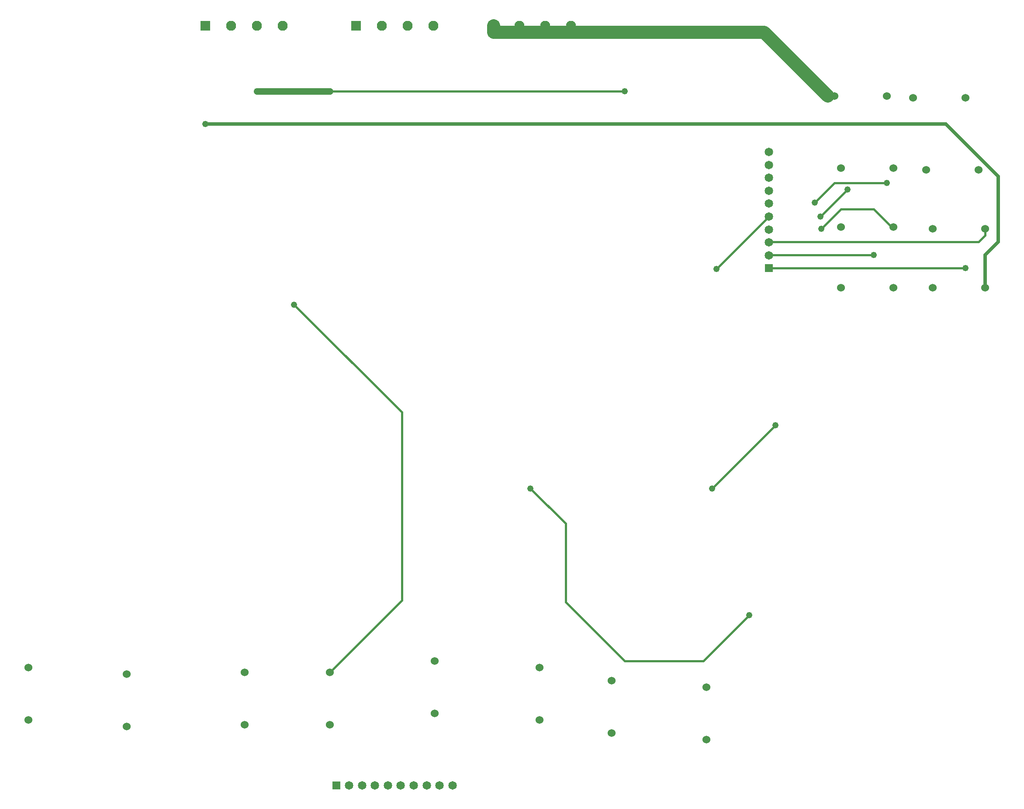
<source format=gbr>
G04 EasyPC Gerber Version 21.0.3 Build 4286 *
G04 #@! TF.Part,Single*
G04 #@! TF.FileFunction,Copper,L2,Bot *
G04 #@! TF.FilePolarity,Positive *
%FSLAX35Y35*%
%MOIN*%
G04 #@! TA.AperFunction,ComponentPad*
%ADD78R,0.06496X0.06496*%
%ADD71R,0.07677X0.07677*%
G04 #@! TD.AperFunction*
%ADD27C,0.01500*%
%ADD121C,0.02500*%
%ADD122C,0.03500*%
G04 #@! TA.AperFunction,ViaPad*
%ADD28C,0.04800*%
G04 #@! TD.AperFunction*
%ADD118C,0.05000*%
G04 #@! TA.AperFunction,ComponentPad*
%ADD23C,0.06000*%
%ADD79C,0.06496*%
%ADD20C,0.07677*%
%ADD16C,0.10000*%
X0Y0D02*
D02*
D16*
X622750Y536500D02*
X574000Y585250D01*
X367750*
Y590250*
D02*
D71*
X147750D03*
X262750D03*
X367750D03*
D02*
D20*
X167435D03*
X187120D03*
X206805D03*
X282435D03*
X302120D03*
X321805D03*
X387435D03*
X407120D03*
X426805D03*
D02*
D23*
X12750Y60250D03*
Y100250D03*
X87750Y55250D03*
Y95250D03*
X177750Y56500D03*
Y96500D03*
X242750Y56500D03*
Y96500D03*
X322750Y65250D03*
Y105250D03*
X402750Y60250D03*
Y100250D03*
X457750Y50250D03*
Y90250D03*
X530250Y45250D03*
Y85250D03*
X627750Y536500D03*
X632750Y390250D03*
Y436500D03*
Y481500D03*
X667750Y536500D03*
X672750Y390250D03*
Y436500D03*
Y481500D03*
X687750Y535250D03*
X697750Y480250D03*
X702750Y390250D03*
Y435250D03*
X727750Y535250D03*
X737750Y480250D03*
X742750Y390250D03*
Y435250D03*
D02*
D27*
X215624Y377376D02*
X297750Y295250D01*
Y151500*
X242750Y96500*
Y540250D02*
X467750D01*
X395880Y237120D02*
X422750Y210250D01*
Y150250*
X467750Y105250*
X527750*
X562750Y140250*
X534620Y237120D02*
X582750Y285250D01*
X537750Y404620D02*
X577750Y444620D01*
X617120D02*
X637750Y465250D01*
X657750Y415250D02*
X577907D01*
X577750Y415093*
X667750Y470250D02*
X627750D01*
X612750Y455250*
X672750Y436500D02*
X671500D01*
X657750Y450250*
X632750*
X617750Y435250*
X727750Y405250D02*
X577750D01*
X742750Y435250D02*
Y430250D01*
X737750Y425250*
X578065*
X577750Y424935*
D02*
D28*
X147750Y515250D03*
X187120Y540250D03*
X215624Y377376D03*
X242750Y540250D03*
X395880Y237120D03*
X467750Y540250D03*
X534620Y237120D03*
X537750Y404620D03*
X562750Y140250D03*
X582750Y285250D03*
X612750Y455250D03*
X617120Y444620D03*
X617750Y435250D03*
X637750Y465250D03*
X657750Y415250D03*
X667750Y470250D03*
X727750Y405250D03*
D02*
D78*
X247750Y10250D03*
X577750Y405250D03*
D02*
D79*
X257593Y10250D03*
X267435D03*
X277278D03*
X287120D03*
X296963D03*
X306805D03*
X316648D03*
X326490D03*
X336333D03*
X577750Y415093D03*
Y424935D03*
Y434778D03*
Y444620D03*
Y454463D03*
Y464305D03*
Y474148D03*
Y483990D03*
Y493833D03*
D02*
D118*
X187120Y540250D02*
X242750D01*
D02*
D121*
X147750Y515250D02*
X712750D01*
X752750Y475250*
Y425250*
X742750Y415250*
Y390250*
D02*
D122*
X627750Y536500D02*
X622750D01*
X0Y0D02*
M02*

</source>
